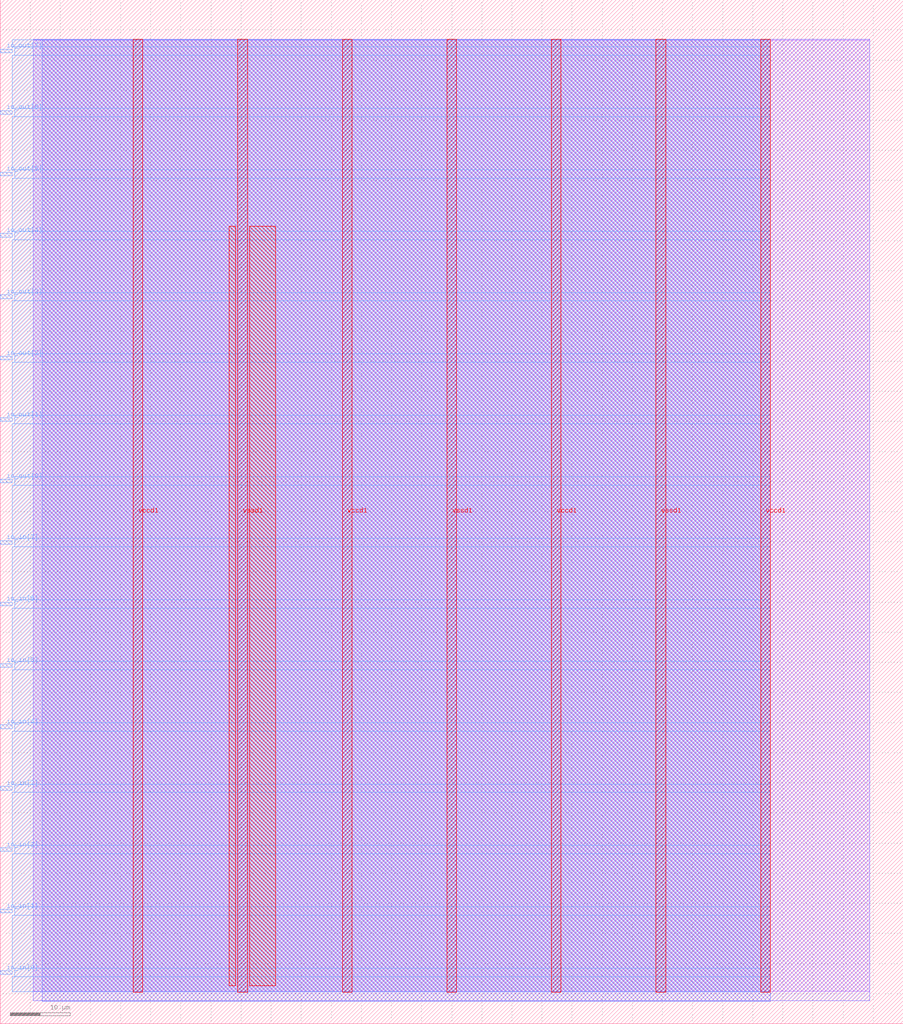
<source format=lef>
VERSION 5.7 ;
  NOWIREEXTENSIONATPIN ON ;
  DIVIDERCHAR "/" ;
  BUSBITCHARS "[]" ;
MACRO navray_top
  CLASS BLOCK ;
  FOREIGN navray_top ;
  ORIGIN 0.000 0.000 ;
  SIZE 150.000 BY 170.000 ;
  PIN io_in[0]
    DIRECTION INPUT ;
    USE SIGNAL ;
    PORT
      LAYER met3 ;
        RECT 0.000 8.200 2.000 8.800 ;
    END
  END io_in[0]
  PIN io_in[1]
    DIRECTION INPUT ;
    USE SIGNAL ;
    PORT
      LAYER met3 ;
        RECT 0.000 18.400 2.000 19.000 ;
    END
  END io_in[1]
  PIN io_in[2]
    DIRECTION INPUT ;
    USE SIGNAL ;
    PORT
      LAYER met3 ;
        RECT 0.000 28.600 2.000 29.200 ;
    END
  END io_in[2]
  PIN io_in[3]
    DIRECTION INPUT ;
    USE SIGNAL ;
    PORT
      LAYER met3 ;
        RECT 0.000 38.800 2.000 39.400 ;
    END
  END io_in[3]
  PIN io_in[4]
    DIRECTION INPUT ;
    USE SIGNAL ;
    PORT
      LAYER met3 ;
        RECT 0.000 49.000 2.000 49.600 ;
    END
  END io_in[4]
  PIN io_in[5]
    DIRECTION INPUT ;
    USE SIGNAL ;
    PORT
      LAYER met3 ;
        RECT 0.000 59.200 2.000 59.800 ;
    END
  END io_in[5]
  PIN io_in[6]
    DIRECTION INPUT ;
    USE SIGNAL ;
    PORT
      LAYER met3 ;
        RECT 0.000 69.400 2.000 70.000 ;
    END
  END io_in[6]
  PIN io_in[7]
    DIRECTION INPUT ;
    USE SIGNAL ;
    PORT
      LAYER met3 ;
        RECT 0.000 79.600 2.000 80.200 ;
    END
  END io_in[7]
  PIN io_out[0]
    DIRECTION OUTPUT TRISTATE ;
    USE SIGNAL ;
    PORT
      LAYER met3 ;
        RECT 0.000 89.800 2.000 90.400 ;
    END
  END io_out[0]
  PIN io_out[1]
    DIRECTION OUTPUT TRISTATE ;
    USE SIGNAL ;
    PORT
      LAYER met3 ;
        RECT 0.000 100.000 2.000 100.600 ;
    END
  END io_out[1]
  PIN io_out[2]
    DIRECTION OUTPUT TRISTATE ;
    USE SIGNAL ;
    PORT
      LAYER met3 ;
        RECT 0.000 110.200 2.000 110.800 ;
    END
  END io_out[2]
  PIN io_out[3]
    DIRECTION OUTPUT TRISTATE ;
    USE SIGNAL ;
    PORT
      LAYER met3 ;
        RECT 0.000 120.400 2.000 121.000 ;
    END
  END io_out[3]
  PIN io_out[4]
    DIRECTION OUTPUT TRISTATE ;
    USE SIGNAL ;
    PORT
      LAYER met3 ;
        RECT 0.000 130.600 2.000 131.200 ;
    END
  END io_out[4]
  PIN io_out[5]
    DIRECTION OUTPUT TRISTATE ;
    USE SIGNAL ;
    PORT
      LAYER met3 ;
        RECT 0.000 140.800 2.000 141.400 ;
    END
  END io_out[5]
  PIN io_out[6]
    DIRECTION OUTPUT TRISTATE ;
    USE SIGNAL ;
    PORT
      LAYER met3 ;
        RECT 0.000 151.000 2.000 151.600 ;
    END
  END io_out[6]
  PIN io_out[7]
    DIRECTION OUTPUT TRISTATE ;
    USE SIGNAL ;
    PORT
      LAYER met3 ;
        RECT 0.000 161.200 2.000 161.800 ;
    END
  END io_out[7]
  PIN vccd1
    DIRECTION INOUT ;
    USE POWER ;
    PORT
      LAYER met4 ;
        RECT 22.090 5.200 23.690 163.440 ;
    END
    PORT
      LAYER met4 ;
        RECT 56.830 5.200 58.430 163.440 ;
    END
    PORT
      LAYER met4 ;
        RECT 91.570 5.200 93.170 163.440 ;
    END
    PORT
      LAYER met4 ;
        RECT 126.310 5.200 127.910 163.440 ;
    END
  END vccd1
  PIN vssd1
    DIRECTION INOUT ;
    USE GROUND ;
    PORT
      LAYER met4 ;
        RECT 39.460 5.200 41.060 163.440 ;
    END
    PORT
      LAYER met4 ;
        RECT 74.200 5.200 75.800 163.440 ;
    END
    PORT
      LAYER met4 ;
        RECT 108.940 5.200 110.540 163.440 ;
    END
  END vssd1
  OBS
      LAYER li1 ;
        RECT 5.520 5.355 144.440 163.285 ;
      LAYER met1 ;
        RECT 5.520 3.780 144.440 163.440 ;
      LAYER met2 ;
        RECT 6.990 3.750 127.880 163.385 ;
      LAYER met3 ;
        RECT 2.000 162.200 127.900 163.365 ;
        RECT 2.400 160.800 127.900 162.200 ;
        RECT 2.000 152.000 127.900 160.800 ;
        RECT 2.400 150.600 127.900 152.000 ;
        RECT 2.000 141.800 127.900 150.600 ;
        RECT 2.400 140.400 127.900 141.800 ;
        RECT 2.000 131.600 127.900 140.400 ;
        RECT 2.400 130.200 127.900 131.600 ;
        RECT 2.000 121.400 127.900 130.200 ;
        RECT 2.400 120.000 127.900 121.400 ;
        RECT 2.000 111.200 127.900 120.000 ;
        RECT 2.400 109.800 127.900 111.200 ;
        RECT 2.000 101.000 127.900 109.800 ;
        RECT 2.400 99.600 127.900 101.000 ;
        RECT 2.000 90.800 127.900 99.600 ;
        RECT 2.400 89.400 127.900 90.800 ;
        RECT 2.000 80.600 127.900 89.400 ;
        RECT 2.400 79.200 127.900 80.600 ;
        RECT 2.000 70.400 127.900 79.200 ;
        RECT 2.400 69.000 127.900 70.400 ;
        RECT 2.000 60.200 127.900 69.000 ;
        RECT 2.400 58.800 127.900 60.200 ;
        RECT 2.000 50.000 127.900 58.800 ;
        RECT 2.400 48.600 127.900 50.000 ;
        RECT 2.000 39.800 127.900 48.600 ;
        RECT 2.400 38.400 127.900 39.800 ;
        RECT 2.000 29.600 127.900 38.400 ;
        RECT 2.400 28.200 127.900 29.600 ;
        RECT 2.000 19.400 127.900 28.200 ;
        RECT 2.400 18.000 127.900 19.400 ;
        RECT 2.000 9.200 127.900 18.000 ;
        RECT 2.400 7.800 127.900 9.200 ;
        RECT 2.000 5.275 127.900 7.800 ;
      LAYER met4 ;
        RECT 38.015 6.295 39.060 132.425 ;
        RECT 41.460 6.295 45.705 132.425 ;
  END
END navray_top
END LIBRARY


</source>
